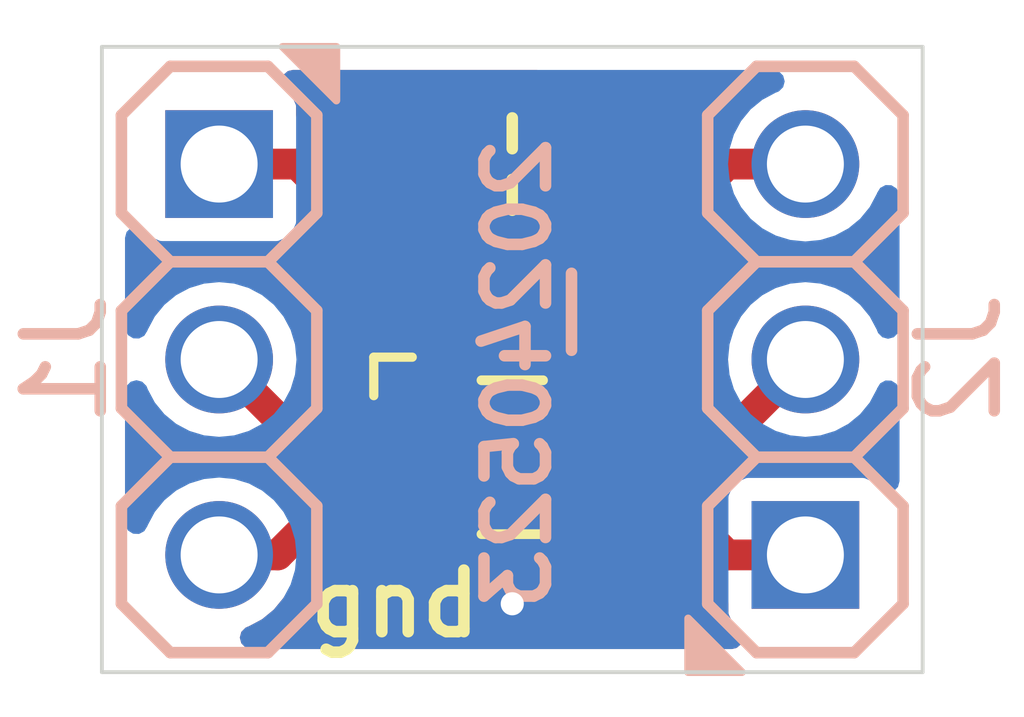
<source format=kicad_pcb>
(kicad_pcb (version 20221018) (generator pcbnew)
  (layers (0 "F.Cu" mixed) (31 "B.Cu" mixed) (34 "B.Paste" user) (35 "F.Paste" user) (36 "B.SilkS" user "B.Silkscreen") (37 "F.SilkS" user "F.Silkscreen") (38 "B.Mask" user) (39 "F.Mask" user) (44 "Edge.Cuts" user))
  (net 0 "")
  (net 1 "GND")
  (net 3 "Net-(J1-Pin_1)")
  (net 4 "Net-(J1-Pin_2)")
  (net 5 "Net-(J1-Pin_3)")
  (net 6 "Net-(J2-Pin_1)")
  (net 7 "Net-(J2-Pin_2)")
  (net 8 "Net-(J2-Pin_3)")
  (footprint "SquantorIC:SOT363-NXP-hand" (layer "F.Cu") (at 151.13 85.09)
    (fp_text reference "U1" hide)
    (fp_text value "Generic_6pin_IC")
    (fp_line (start -1.8 -1.3) (end -1.8 -0.8) (stroke (width 0.12)) (layer "F.SilkS"))
    (fp_line (start -1.8 -1.3) (end -1.3 -1.3) (stroke (width 0.12)) (layer "F.SilkS"))
    (fp_line (start -0.4 -1) (end 0.4 -1) (stroke (width 0.127)) (layer "F.SilkS"))
    (fp_line (start -0.4 1) (end 0.4 1) (stroke (width 0.127)) (layer "F.SilkS"))
    (pad "1" smd rect (at -1.05 -0.75 270) (size 0.6 0.9) (layers "F.Cu" "F.Paste" "F.Mask") (net 3 "Net-(J1-Pin_1)"))
    (pad "2" smd rect (at -1.05 0 270) (size 0.4 0.9) (layers "F.Cu" "F.Paste" "F.Mask") (net 4 "Net-(J1-Pin_2)"))
    (pad "3" smd rect (at -1.05 0.75 270) (size 0.6 0.9) (layers "F.Cu" "F.Paste" "F.Mask") (net 5 "Net-(J1-Pin_3)"))
    (pad "4" smd rect (at 1.05 0.75 270) (size 0.6 0.9) (layers "F.Cu" "F.Paste" "F.Mask") (net 6 "Net-(J2-Pin_1)"))
    (pad "5" smd rect (at 1.05 0 270) (size 0.4 0.9) (layers "F.Cu" "F.Paste" "F.Mask") (net 7 "Net-(J2-Pin_2)"))
    (pad "6" smd rect (at 1.05 -0.75 270) (size 0.6 0.9) (layers "F.Cu" "F.Paste" "F.Mask") (net 8 "Net-(J2-Pin_3)"))
  )
  (footprint "SquantorCapacitor:C_0805+0603" (layer "F.Cu") (at 151.13 81.28)
    (fp_text reference "C1" hide)
    (fp_text value "C")
    (fp_line (start 0 -0.6) (end 0 -0.2) (stroke (width 0.15)) (layer "F.SilkS"))
    (fp_line (start 0 0.6) (end 0 0.2) (stroke (width 0.15)) (layer "F.SilkS"))
    (pad "1" smd roundrect (at -0.925 0) (size 1.15 1.35) (layers "F.Cu" "F.Paste" "F.Mask") (roundrect_rratio 0.2) (net 1 "GND"))
    (pad "2" smd roundrect (at 0.925 0) (size 1.15 1.35) (layers "F.Cu" "F.Paste" "F.Mask") (roundrect_rratio 0.2))
  )
  (footprint "SquantorTestPoints:TestPoint_hole_H03R07" (layer "F.Cu") (at 151.13 86.995)
    (fp_text reference "TP1" hide)
    (fp_text value "gnd" (at -1.524 0) (layer "F.SilkS") (effects (font (size 0.8 0.8))))
    (pad "1" thru_hole circle (at 0 0) (size 0.7 0.7) (drill 0.3) (layers "*.Cu" "*.Mask") (net 1 "GND"))
  )
  (footprint "SquantorLabels:Label_Generic" (layer "B.Cu") (at 151.3 83.2 -90)
    (fp_text reference "N1" hide)
    (fp_text value "20240523" (at 0.8 0.1 90) (layer "B.SilkS") (effects (font (size 0.8 0.8)) (justify mirror)))
    (fp_line (start -0.5 -0.6) (end 0.5 -0.6) (stroke (width 0.15)) (layer "B.SilkS"))
  )
  (footprint "SquantorConnectors:Header-0254-1X03-H010" (layer "B.Cu") (at 147.32 83.82 -90)
    (fp_text reference "J1" (at 0 2 90) (layer "B.SilkS") (effects (justify mirror)))
    (fp_text value "Conn_01x03")
    (fp_line (start -3.81 -0.635) (end -3.175 -1.27) (stroke (width 0.15)) (layer "B.SilkS"))
    (fp_line (start -3.81 0.635) (end -3.81 -0.635) (stroke (width 0.15)) (layer "B.SilkS"))
    (fp_line (start -3.175 1.27) (end -3.81 0.635) (stroke (width 0.15)) (layer "B.SilkS"))
    (fp_line (start -3.175 1.27) (end -1.905 1.27) (stroke (width 0.15)) (layer "B.SilkS"))
    (fp_line (start -1.905 -1.27) (end -3.175 -1.27) (stroke (width 0.15)) (layer "B.SilkS"))
    (fp_line (start -1.905 1.27) (end -1.27 0.635) (stroke (width 0.15)) (layer "B.SilkS"))
    (fp_line (start -1.27 -0.635) (end -1.905 -1.27) (stroke (width 0.15)) (layer "B.SilkS"))
    (fp_line (start -1.27 0.635) (end -1.27 -0.635) (stroke (width 0.15)) (layer "B.SilkS"))
    (fp_line (start -1.27 0.635) (end -0.635 1.27) (stroke (width 0.15)) (layer "B.SilkS"))
    (fp_line (start -0.635 -1.27) (end -1.27 -0.635) (stroke (width 0.15)) (layer "B.SilkS"))
    (fp_line (start -0.635 1.27) (end 0.635 1.27) (stroke (width 0.15)) (layer "B.SilkS"))
    (fp_line (start 0.635 -1.27) (end -0.635 -1.27) (stroke (width 0.15)) (layer "B.SilkS"))
    (fp_line (start 0.635 1.27) (end 1.27 0.635) (stroke (width 0.15)) (layer "B.SilkS"))
    (fp_line (start 1.27 -0.635) (end 0.635 -1.27) (stroke (width 0.15)) (layer "B.SilkS"))
    (fp_line (start 1.27 0.635) (end 1.27 -0.635) (stroke (width 0.15)) (layer "B.SilkS"))
    (fp_line (start 1.27 0.635) (end 1.905 1.27) (stroke (width 0.15)) (layer "B.SilkS"))
    (fp_line (start 1.905 -1.27) (end 1.27 -0.635) (stroke (width 0.15)) (layer "B.SilkS"))
    (fp_line (start 1.905 1.27) (end 3.175 1.27) (stroke (width 0.15)) (layer "B.SilkS"))
    (fp_line (start 3.175 -1.27) (end 1.905 -1.27) (stroke (width 0.15)) (layer "B.SilkS"))
    (fp_line (start 3.175 1.27) (end 3.81 0.635) (stroke (width 0.15)) (layer "B.SilkS"))
    (fp_line (start 3.81 -0.635) (end 3.175 -1.27) (stroke (width 0.15)) (layer "B.SilkS"))
    (fp_line (start 3.81 0.635) (end 3.81 -0.635) (stroke (width 0.15)) (layer "B.SilkS"))
    (fp_poly (pts (xy -4.064 -0.8255) (xy -4.064 -1.524) (xy -3.3655 -1.524)) (stroke (width 0.1)) (fill solid) (layer "B.SilkS"))
    (pad "1" thru_hole rect (at -2.54 0 90) (size 1.4 1.4) (drill 1) (layers "*.Cu" "*.Mask") (net 3 "Net-(J1-Pin_1)"))
    (pad "2" thru_hole circle (at 0 0 90) (size 1.4 1.4) (drill 1) (layers "*.Cu" "*.Mask") (net 4 "Net-(J1-Pin_2)"))
    (pad "3" thru_hole circle (at 2.54 0 90) (size 1.4 1.4) (drill 1) (layers "*.Cu" "*.Mask") (net 5 "Net-(J1-Pin_3)"))
  )
  (footprint "SquantorConnectors:Header-0254-1X03-H010" (layer "B.Cu") (at 154.94 83.82 90)
    (fp_text reference "J2" (at 0 2 270) (layer "B.SilkS") (effects (justify mirror)))
    (fp_text value "Conn_01x03")
    (fp_line (start -3.81 -0.635) (end -3.175 -1.27) (stroke (width 0.15)) (layer "B.SilkS"))
    (fp_line (start -3.81 0.635) (end -3.81 -0.635) (stroke (width 0.15)) (layer "B.SilkS"))
    (fp_line (start -3.175 1.27) (end -3.81 0.635) (stroke (width 0.15)) (layer "B.SilkS"))
    (fp_line (start -3.175 1.27) (end -1.905 1.27) (stroke (width 0.15)) (layer "B.SilkS"))
    (fp_line (start -1.905 -1.27) (end -3.175 -1.27) (stroke (width 0.15)) (layer "B.SilkS"))
    (fp_line (start -1.905 1.27) (end -1.27 0.635) (stroke (width 0.15)) (layer "B.SilkS"))
    (fp_line (start -1.27 -0.635) (end -1.905 -1.27) (stroke (width 0.15)) (layer "B.SilkS"))
    (fp_line (start -1.27 0.635) (end -1.27 -0.635) (stroke (width 0.15)) (layer "B.SilkS"))
    (fp_line (start -1.27 0.635) (end -0.635 1.27) (stroke (width 0.15)) (layer "B.SilkS"))
    (fp_line (start -0.635 -1.27) (end -1.27 -0.635) (stroke (width 0.15)) (layer "B.SilkS"))
    (fp_line (start -0.635 1.27) (end 0.635 1.27) (stroke (width 0.15)) (layer "B.SilkS"))
    (fp_line (start 0.635 -1.27) (end -0.635 -1.27) (stroke (width 0.15)) (layer "B.SilkS"))
    (fp_line (start 0.635 1.27) (end 1.27 0.635) (stroke (width 0.15)) (layer "B.SilkS"))
    (fp_line (start 1.27 -0.635) (end 0.635 -1.27) (stroke (width 0.15)) (layer "B.SilkS"))
    (fp_line (start 1.27 0.635) (end 1.27 -0.635) (stroke (width 0.15)) (layer "B.SilkS"))
    (fp_line (start 1.27 0.635) (end 1.905 1.27) (stroke (width 0.15)) (layer "B.SilkS"))
    (fp_line (start 1.905 -1.27) (end 1.27 -0.635) (stroke (width 0.15)) (layer "B.SilkS"))
    (fp_line (start 1.905 1.27) (end 3.175 1.27) (stroke (width 0.15)) (layer "B.SilkS"))
    (fp_line (start 3.175 -1.27) (end 1.905 -1.27) (stroke (width 0.15)) (layer "B.SilkS"))
    (fp_line (start 3.175 1.27) (end 3.81 0.635) (stroke (width 0.15)) (layer "B.SilkS"))
    (fp_line (start 3.81 -0.635) (end 3.175 -1.27) (stroke (width 0.15)) (layer "B.SilkS"))
    (fp_line (start 3.81 0.635) (end 3.81 -0.635) (stroke (width 0.15)) (layer "B.SilkS"))
    (fp_poly (pts (xy -4.064 -0.8255) (xy -4.064 -1.524) (xy -3.3655 -1.524)) (stroke (width 0.1)) (fill solid) (layer "B.SilkS"))
    (pad "1" thru_hole rect (at -2.54 0 270) (size 1.4 1.4) (drill 1) (layers "*.Cu" "*.Mask") (net 6 "Net-(J2-Pin_1)"))
    (pad "2" thru_hole circle (at 0 0 270) (size 1.4 1.4) (drill 1) (layers "*.Cu" "*.Mask") (net 7 "Net-(J2-Pin_2)"))
    (pad "3" thru_hole circle (at 2.54 0 270) (size 1.4 1.4) (drill 1) (layers "*.Cu" "*.Mask") (net 8 "Net-(J2-Pin_3)"))
  )
  (gr_line (start 145.796 79.756) (end 145.796 87.884) (stroke (width 0.05)) (layer "Edge.Cuts"))
  (gr_line (start 156.464 79.756) (end 145.796 79.756) (stroke (width 0.05)) (layer "Edge.Cuts"))
  (gr_line (start 145.796 87.884) (end 156.464 87.884) (stroke (width 0.05)) (layer "Edge.Cuts"))
  (gr_line (start 156.464 87.884) (end 156.464 79.756) (stroke (width 0.05)) (layer "Edge.Cuts"))
  (segment (start 148.856 84.34) (end 148.59 84.074) (width 0.4) (layer "F.Cu") (net 3))
  (segment (start 148.336 81.28) (end 147.32 81.28) (width 0.4) (layer "F.Cu") (net 3))
  (segment (start 148.59 84.074) (end 148.59 81.534) (width 0.4) (layer "F.Cu") (net 3))
  (segment (start 148.59 81.534) (end 148.336 81.28) (width 0.4) (layer "F.Cu") (net 3))
  (segment (start 150.08 84.34) (end 148.856 84.34) (width 0.4) (layer "F.Cu") (net 3))
  (segment (start 150.08 85.09) (end 148.59 85.09) (width 0.4) (layer "F.Cu") (net 4))
  (segment (start 148.59 85.09) (end 147.32 83.82) (width 0.4) (layer "F.Cu") (net 4))
  (segment (start 148.602 85.84) (end 148.082 86.36) (width 0.4) (layer "F.Cu") (net 5))
  (segment (start 150.08 85.84) (end 148.602 85.84) (width 0.4) (layer "F.Cu") (net 5))
  (segment (start 148.082 86.36) (end 147.32 86.36) (width 0.4) (layer "F.Cu") (net 5))
  (segment (start 153.404 85.84) (end 153.924 86.36) (width 0.4) (layer "F.Cu") (net 6))
  (segment (start 152.18 85.84) (end 153.404 85.84) (width 0.4) (layer "F.Cu") (net 6))
  (segment (start 154.94 86.36) (end 153.924 86.36) (width 0.4) (layer "F.Cu") (net 6))
  (segment (start 152.18 85.09) (end 153.67 85.09) (width 0.4) (layer "F.Cu") (net 7))
  (segment (start 153.67 85.09) (end 154.94 83.82) (width 0.4) (layer "F.Cu") (net 7))
  (segment (start 152.18 84.34) (end 153.404 84.34) (width 0.4) (layer "F.Cu") (net 8))
  (segment (start 153.404 84.34) (end 153.67 84.074) (width 0.4) (layer "F.Cu") (net 8))
  (segment (start 153.924 81.28) (end 154.94 81.28) (width 0.4) (layer "F.Cu") (net 8))
  (segment (start 153.67 84.074) (end 153.67 81.534) (width 0.4) (layer "F.Cu") (net 8))
  (segment (start 153.67 81.534) (end 153.924 81.28) (width 0.4) (layer "F.Cu") (net 8))
  (zone (net 1) (net_name "GND") (layers "F&B.Cu") (connect_pads (clearance 0.3)) (min_thickness 0.3) (fill yes (thermal_gap 0.2) (thermal_bridge_width 0.4))
    (polygon (pts (xy 145.796 79.756) (xy 156.464 79.756) (xy 156.464 87.884) (xy 145.796 87.884)))
  )
)
</source>
